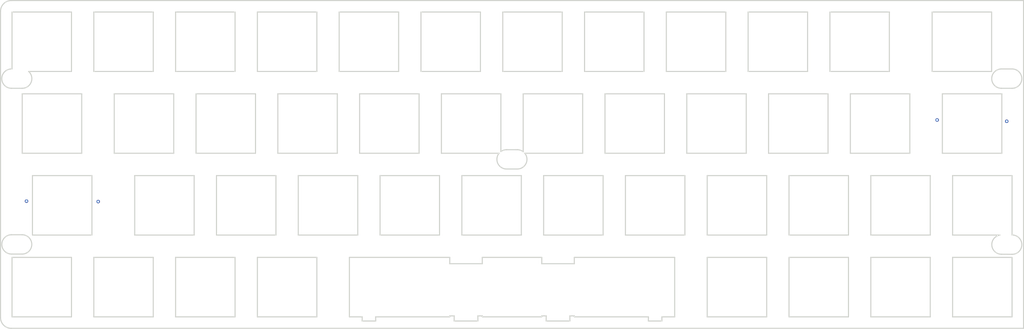
<source format=kicad_pcb>
(kicad_pcb (version 20210722) (generator pcbnew)

  (general
    (thickness 1.6)
  )

  (paper "A4")
  (layers
    (0 "F.Cu" signal)
    (31 "B.Cu" signal)
    (32 "B.Adhes" user "B.Adhesive")
    (33 "F.Adhes" user "F.Adhesive")
    (34 "B.Paste" user)
    (35 "F.Paste" user)
    (36 "B.SilkS" user "B.Silkscreen")
    (37 "F.SilkS" user "F.Silkscreen")
    (38 "B.Mask" user)
    (39 "F.Mask" user)
    (40 "Dwgs.User" user "User.Drawings")
    (41 "Cmts.User" user "User.Comments")
    (42 "Eco1.User" user "User.Eco1")
    (43 "Eco2.User" user "User.Eco2")
    (44 "Edge.Cuts" user)
    (45 "Margin" user)
    (46 "B.CrtYd" user "B.Courtyard")
    (47 "F.CrtYd" user "F.Courtyard")
    (48 "B.Fab" user)
    (49 "F.Fab" user)
    (50 "User.1" user)
    (51 "User.2" user)
    (52 "User.3" user)
    (53 "User.4" user)
    (54 "User.5" user)
    (55 "User.6" user)
    (56 "User.7" user)
    (57 "User.8" user)
    (58 "User.9" user)
  )

  (setup
    (pad_to_mask_clearance 0)
    (pcbplotparams
      (layerselection 0x00010fc_ffffffff)
      (disableapertmacros false)
      (usegerberextensions false)
      (usegerberattributes true)
      (usegerberadvancedattributes true)
      (creategerberjobfile true)
      (svguseinch false)
      (svgprecision 6)
      (excludeedgelayer true)
      (plotframeref false)
      (viasonmask false)
      (mode 1)
      (useauxorigin false)
      (hpglpennumber 1)
      (hpglpenspeed 20)
      (hpglpendiameter 15.000000)
      (dxfpolygonmode true)
      (dxfimperialunits true)
      (dxfusepcbnewfont true)
      (psnegative false)
      (psa4output false)
      (plotreference true)
      (plotvalue true)
      (plotinvisibletext false)
      (sketchpadsonfab false)
      (subtractmaskfromsilk false)
      (outputformat 1)
      (mirror false)
      (drillshape 0)
      (scaleselection 1)
      (outputdirectory "Gerber/")
    )
  )

  (net 0 "")

  (gr_line (start 268.725 132.726113) (end 268.725 56.3761) (layer "Edge.Cuts") (width 0.25) (tstamp 01725b58-ccdc-4283-a7c1-ac52c3dc7532))
  (gr_line (start 85.074 116.2007) (end 71.225 116.2007) (layer "Edge.Cuts") (width 0.25) (tstamp 022ff670-93c3-4550-a63c-832902580ac1))
  (gr_line (start 118.8486 97.1508) (end 118.8486 111) (layer "Edge.Cuts") (width 0.25) (tstamp 02c1e0b1-9caf-4fbb-ae18-9c5277868485))
  (gr_line (start 214.1 97.1508) (end 214.1 111) (layer "Edge.Cuts") (width 0.25) (tstamp 060a5660-425f-4225-8c60-07af132e5d3b))
  (gr_line (start 195.05 130.04996) (end 208.899 130.04996) (layer "Edge.Cuts") (width 0.25) (tstamp 07816f40-922e-45d6-bdd6-519d5c33cf04))
  (gr_line (start 127.9365 78.1008) (end 114.0861 78.1008) (layer "Edge.Cuts") (width 0.25) (tstamp 07be3e68-9a67-4d64-897d-e6d0eb59b83d))
  (gr_line (start 247.436 59.0508) (end 247.436 72.8998) (layer "Edge.Cuts") (width 0.25) (tstamp 0944f593-0cd2-4d5b-a71f-66c7d48c98c2))
  (gr_line (start 142.661 117.6697) (end 135.08 117.6697) (layer "Edge.Cuts") (width 0.25) (tstamp 0b70d6cb-fe20-4ed7-a9e8-bcb89b6dc6c5))
  (gr_line (start 66.024 72.8998) (end 66.024 59.0508) (layer "Edge.Cuts") (width 0.25) (tstamp 0bb45493-9fe2-4655-a926-96e73e85e4b5))
  (gr_line (start 161.274 72.8998) (end 161.274 59.0508) (layer "Edge.Cuts") (width 0.25) (tstamp 0bc0c2ea-0127-4e84-819e-ef7a099f6de9))
  (gr_line (start 199.374 72.8998) (end 199.374 59.0508) (layer "Edge.Cuts") (width 0.25) (tstamp 0be23c21-214b-4e65-98d4-d4be05a46a18))
  (gr_line (start 228.386 91.9498) (end 242.237 91.9498) (layer "Edge.Cuts") (width 0.25) (tstamp 0c2792ec-379f-479b-bae9-6c9e1b4353f5))
  (gr_arc (start 150.815 93.36578) (end 150.815 95.61546) (angle -129.0068989) (layer "Edge.Cuts") (width 0.25) (tstamp 0c32e1a8-1904-4536-ac51-56b1d5517083))
  (gr_line (start 33.12486 116.2007) (end 33.12486 130.04996) (layer "Edge.Cuts") (width 0.25) (tstamp 0c4766c8-226b-40bd-8ea9-e5ec1cbb7068))
  (gr_line (start 166.475 59.0508) (end 166.475 72.8998) (layer "Edge.Cuts") (width 0.25) (tstamp 0caf9875-9297-460b-b164-b7e7a82aff8b))
  (gr_line (start 66.024 116.2007) (end 52.1749 116.2007) (layer "Edge.Cuts") (width 0.25) (tstamp 0cf7cb82-01e2-464b-92cf-39e4e698dacf))
  (gr_line (start 35.50612 91.9498) (end 49.3554 91.9498) (layer "Edge.Cuts") (width 0.25) (tstamp 0d9d3633-822d-4a7d-be90-dcc6ba991553))
  (gr_line (start 32.990084 115.426113) (end 35.491984 115.426113) (layer "Edge.Cuts") (width 0.25) (tstamp 0e348d49-4ab9-42d3-836e-a5994c0a21c9))
  (gr_line (start 30.450084 58.8761) (end 30.450084 130.226113) (layer "Edge.Cuts") (width 0.25) (tstamp 0ed238c1-2112-4738-948d-030e8067366d))
  (gr_arc (start 32.950084 130.226113) (end 30.450084 130.226113) (angle -90) (layer "Edge.Cuts") (width 0.25) (tstamp 0f28026c-a70c-40ca-93c3-99b16dcb3815))
  (gr_line (start 33.12486 130.04996) (end 46.9742 130.04996) (layer "Edge.Cuts") (width 0.25) (tstamp 10489999-0b31-47c1-a958-09f4a3709e20))
  (gr_line (start 80.75 97.1508) (end 80.75 111) (layer "Edge.Cuts") (width 0.25) (tstamp 1125b8c2-8758-460c-be82-1e28d51db2ff))
  (gr_line (start 133.136 78.1008) (end 133.136 91.9498) (layer "Edge.Cuts") (width 0.25) (tstamp 12197e44-e5c6-473f-9f60-a5ca1b24c25d))
  (gr_line (start 146.987 91.548497) (end 146.987 78.1008) (layer "Edge.Cuts") (width 0.25) (tstamp 13a8b128-c270-431a-ba15-be672882c6f2))
  (gr_line (start 268.725 56.3761) (end 32.950084 56.3761) (layer "Edge.Cuts") (width 0.25) (tstamp 14e73a27-ce2e-4038-bede-e12746f0bdec))
  (gr_line (start 170.799 97.1508) (end 156.949 97.1508) (layer "Edge.Cuts") (width 0.25) (tstamp 14f54f60-e8f7-4a0c-b19a-37ba62e94fe8))
  (gr_line (start 90.275 130.04996) (end 104.124 130.04996) (layer "Edge.Cuts") (width 0.25) (tstamp 158bb1fa-c447-4530-bdc8-74795f44951b))
  (gr_line (start 94.599 97.1508) (end 80.75 97.1508) (layer "Edge.Cuts") (width 0.25) (tstamp 159f608a-4d36-43ac-8454-945fcead4808))
  (gr_line (start 75.9861 91.9498) (end 89.8365 91.9498) (layer "Edge.Cuts") (width 0.25) (tstamp 173cb1d4-b044-413c-aaf9-2c9660e7de1f))
  (gr_line (start 266.065 72.3161) (end 263.5631 72.3161) (layer "Edge.Cuts") (width 0.25) (tstamp 188b3cea-1ce6-4543-8a3a-aac531e62993))
  (gr_line (start 56.936 78.1008) (end 56.936 91.9498) (layer "Edge.Cuts") (width 0.25) (tstamp 189e3c5d-fa93-42d6-b404-c81ad538af5d))
  (gr_line (start 181.342 130.04996) (end 181.342 131.0201) (layer "Edge.Cuts") (width 0.25) (tstamp 1d957290-6a77-4966-bfc0-c992ac77e8da))
  (gr_line (start 66.024 59.0508) (end 52.1749 59.0508) (layer "Edge.Cuts") (width 0.25) (tstamp 1ec89a9e-a256-4aec-ae22-48439a54f87f))
  (gr_line (start 208.899 130.04996) (end 208.899 116.2007) (layer "Edge.Cuts") (width 0.25) (tstamp 1f653ab1-e7e2-4539-8b6c-416e043f4d5c))
  (gr_line (start 85.074 72.8998) (end 85.074 59.0508) (layer "Edge.Cuts") (width 0.25) (tstamp 219443e7-3a4b-400c-9df7-6cad2d34fdc7))
  (gr_arc (start 35.491984 113.176433) (end 35.491984 115.426113) (angle -180) (layer "Edge.Cuts") (width 0.25) (tstamp 21acd8a6-af05-44e9-9d74-b14a475badaf))
  (gr_line (start 263.668 91.9498) (end 263.668 78.1008) (layer "Edge.Cuts") (width 0.25) (tstamp 21d14699-243e-481a-a6c9-c6087976b9e3))
  (gr_line (start 111.7063 116.2007) (end 111.7063 130.04996) (layer "Edge.Cuts") (width 0.25) (tstamp 23a0333e-f849-49f8-92b9-5f95736ce54a))
  (gr_line (start 52.1749 59.0508) (end 52.1749 72.8998) (layer "Edge.Cuts") (width 0.25) (tstamp 23a26ef4-30d7-4076-aea9-81a2191a9f33))
  (gr_arc (start 266.073765 113.236464) (end 266.057985 115.486089) (angle -180.0000003) (layer "Edge.Cuts") (width 0.25) (tstamp 24d83f50-2654-4c16-9f14-71e4442d696c))
  (gr_line (start 141.63 129.81983) (end 142.661 129.81983) (layer "Edge.Cuts") (width 0.25) (tstamp 27d961c7-284f-4dab-824e-c256dec106e4))
  (gr_line (start 85.074 130.04996) (end 85.074 116.2007) (layer "Edge.Cuts") (width 0.25) (tstamp 28364545-1e7b-48fe-8bf1-349f3b20be5d))
  (gr_line (start 228.386 78.1008) (end 228.386 91.9498) (layer "Edge.Cuts") (width 0.25) (tstamp 291fe716-714b-4fd6-ba58-0306b41ab34f))
  (gr_line (start 135.08 130.04996) (end 135.08 129.81983) (layer "Edge.Cuts") (width 0.25) (tstamp 292bd811-53e2-4c16-95bb-d30ad6baa3f7))
  (gr_line (start 49.3554 91.9498) (end 49.3554 78.1008) (layer "Edge.Cuts") (width 0.25) (tstamp 299fe024-1097-4abe-bfde-2d8eaeaba705))
  (gr_line (start 104.124 116.2007) (end 90.275 116.2007) (layer "Edge.Cuts") (width 0.25) (tstamp 29ed63a9-4a80-487a-a87d-0a258f845057))
  (gr_line (start 187.468 130.04996) (end 187.468 116.2007) (layer "Edge.Cuts") (width 0.25) (tstamp 2a12017d-e7c6-4acb-bbd7-3af36f26b7ab))
  (gr_line (start 151.749 97.1508) (end 137.899 97.1508) (layer "Edge.Cuts") (width 0.25) (tstamp 2a68d725-a504-4aa4-855d-89ee79a6048a))
  (gr_line (start 208.899 116.2007) (end 195.05 116.2007) (layer "Edge.Cuts") (width 0.25) (tstamp 2a85b84d-f2e2-44e6-8118-e039926ff07c))
  (gr_line (start 80.75 111) (end 94.599 111) (layer "Edge.Cuts") (width 0.25) (tstamp 2c140ccb-78d2-40c7-bbec-226926528ec2))
  (gr_line (start 204.137 91.9498) (end 204.137 78.1008) (layer "Edge.Cuts") (width 0.25) (tstamp 2c8ed15b-fd3c-48e2-bed1-29e9e63a9eb2))
  (gr_line (start 195.05 116.2007) (end 195.05 130.04996) (layer "Edge.Cuts") (width 0.25) (tstamp 2cb01c01-23ca-46d6-85e0-3393c640322f))
  (gr_line (start 266.049 97.1508) (end 252.2 97.1508) (layer "Edge.Cuts") (width 0.25) (tstamp 2cb1db1f-aaa2-430e-baab-aabf84836169))
  (gr_line (start 99.8 111) (end 113.649 111) (layer "Edge.Cuts") (width 0.25) (tstamp 2e1c5979-b46d-4900-a4a5-213b39259930))
  (gr_line (start 223.187 78.1008) (end 209.336 78.1008) (layer "Edge.Cuts") (width 0.25) (tstamp 2f03fbb2-cd36-4ab1-b225-9a760c4dfca9))
  (gr_line (start 114.0861 91.9498) (end 127.9365 91.9498) (layer "Edge.Cuts") (width 0.25) (tstamp 32a5f339-68a3-45f1-a1de-1ee9ab53aacf))
  (gr_line (start 246.999 111) (end 246.999 97.1508) (layer "Edge.Cuts") (width 0.25) (tstamp 34bf8fb9-1d46-43bf-8772-05880d4653ad))
  (gr_arc (start 35.491984 74.56578) (end 35.491984 76.81546) (angle -137.7775104) (layer "Edge.Cuts") (width 0.25) (tstamp 34c082f0-7eca-424e-9f50-3f1270169ab5))
  (gr_line (start 35.491984 110.926753) (end 32.990084 110.926753) (layer "Edge.Cuts") (width 0.25) (tstamp 3676eafd-a28f-4cdb-abf5-23e7df707b96))
  (gr_line (start 195.05 111) (end 208.899 111) (layer "Edge.Cuts") (width 0.25) (tstamp 3956725a-a857-4487-a9e0-1431f7cd765c))
  (gr_line (start 166.475 72.8998) (end 180.324 72.8998) (layer "Edge.Cuts") (width 0.25) (tstamp 3a43b61d-0935-4db1-9bed-7a565cd6402d))
  (gr_line (start 170.799 111) (end 170.799 97.1508) (layer "Edge.Cuts") (width 0.25) (tstamp 3a6deed9-1de0-4992-8d45-31743512fafa))
  (gr_line (start 261.287 59.0508) (end 247.436 59.0508) (layer "Edge.Cuts") (width 0.25) (tstamp 3bb4bb1c-c141-45eb-9bb3-bd35c6b6a532))
  (gr_line (start 66.024 130.04996) (end 66.024 116.2007) (layer "Edge.Cuts") (width 0.25) (tstamp 3e4000a2-beaa-4efd-9af8-09994093a182))
  (gr_line (start 75.549 97.1508) (end 61.6999 97.1508) (layer "Edge.Cuts") (width 0.25) (tstamp 3f0d3fab-337b-4610-93c9-6d1c9aaf1bc1))
  (gr_arc (start 32.990084 113.176433) (end 32.990084 110.926753) (angle -180) (layer "Edge.Cuts") (width 0.25) (tstamp 3f5f77ca-c394-403f-bc05-379b9c07f8b1))
  (gr_line (start 52.1749 116.2007) (end 52.1749 130.04996) (layer "Edge.Cuts") (width 0.25) (tstamp 40726129-e25f-4c29-a48c-2ab6b6bbb01d))
  (gr_line (start 227.949 130.04996) (end 227.949 116.2007) (layer "Edge.Cuts") (width 0.25) (tstamp 40f52500-1ed2-4889-9ce1-6fa51bcd254f))
  (gr_arc (start 150.815 93.36578) (end 152.186 91.582127) (angle -37.54757746) (layer "Edge.Cuts") (width 0.25) (tstamp 41d71510-9cb4-4f93-af4e-d826084ae994))
  (gr_line (start 109.325 72.8998) (end 123.174 72.8998) (layer "Edge.Cuts") (width 0.25) (tstamp 45e2d0fc-186a-4b37-b715-44cba7686a3d))
  (gr_line (start 33.12486 72.3161) (end 32.990084 72.3161) (layer "Edge.Cuts") (width 0.25) (tstamp 46e549f6-336b-4a60-9107-9b8d665d34bf))
  (gr_line (start 166.037 91.9498) (end 166.037 78.1008) (layer "Edge.Cuts") (width 0.25) (tstamp 4a0b6301-c3cb-46e6-a283-9a8ec6431ef7))
  (gr_line (start 117.8301 131.0201) (end 117.8301 130.04996) (layer "Edge.Cuts") (width 0.25) (tstamp 4a19e6ce-8c2d-4a99-a37d-6b5b3d50576c))
  (gr_line (start 233.15 116.2007) (end 233.15 130.04996) (layer "Edge.Cuts") (width 0.25) (tstamp 4a72b3a1-ffb5-4c3e-b63f-6ac8b7bb1901))
  (gr_line (start 227.949 116.2007) (end 214.1 116.2007) (layer "Edge.Cuts") (width 0.25) (tstamp 4b2b4f69-d8d0-4a7f-8911-d63c477a579b))
  (gr_line (start 70.7865 91.9498) (end 70.7865 78.1008) (layer "Edge.Cuts") (width 0.25) (tstamp 4ca1833a-485e-44f5-971e-db91bf246457))
  (gr_line (start 89.8365 91.9498) (end 89.8365 78.1008) (layer "Edge.Cuts") (width 0.25) (tstamp 4e25e0d8-4598-4694-a1e3-db521dcb0ea6))
  (gr_line (start 266.089545 110.98684) (end 266.049 110.986555) (layer "Edge.Cuts") (width 0.25) (tstamp 4fa1605c-5e26-499d-b8d5-792321cdb0e0))
  (gr_line (start 46.9742 130.04996) (end 46.9742 116.2007) (layer "Edge.Cuts") (width 0.25) (tstamp 51a7b5ba-2d4d-4b7a-86c1-a5250e63b73c))
  (gr_line (start 109.325 59.0508) (end 109.325 72.8998) (layer "Edge.Cuts") (width 0.25) (tstamp 5311a475-f584-431e-a4e8-7c4be45c246d))
  (gr_line (start 70.7865 78.1008) (end 56.936 78.1008) (layer "Edge.Cuts") (width 0.25) (tstamp 538ea226-f2fd-47d5-9107-2de9872195fc))
  (gr_line (start 242.237 78.1008) (end 228.386 78.1008) (layer "Edge.Cuts") (width 0.25) (tstamp 542c4685-af7e-452f-88cf-d5b5135d7689))
  (gr_line (start 185.525 59.0508) (end 185.525 72.8998) (layer "Edge.Cuts") (width 0.25) (tstamp 55e14208-2c9e-4184-992a-8652a5a8b185))
  (gr_line (start 190.286 91.9498) (end 204.137 91.9498) (layer "Edge.Cuts") (width 0.25) (tstamp 57e6a6e6-0dc6-4e43-a6c8-b8c8271ceeba))
  (gr_line (start 185.087 78.1008) (end 171.236 78.1008) (layer "Edge.Cuts") (width 0.25) (tstamp 584d9a02-11a5-4feb-941b-7a59e68eb8e3))
  (gr_line (start 189.849 97.1508) (end 175.999 97.1508) (layer "Edge.Cuts") (width 0.25) (tstamp 58c4038e-f038-4285-ab6b-47088885e4af))
  (gr_line (start 233.15 130.04996) (end 246.999 130.04996) (layer "Edge.Cuts") (width 0.25) (tstamp 5969ba7a-a732-4ba2-b4b2-c738a78dcc1e))
  (gr_line (start 156.512 116.2007) (end 142.661 116.2007) (layer "Edge.Cuts") (width 0.25) (tstamp 5a494e60-6fd3-4030-9fde-77975f842ebe))
  (gr_line (start 209.336 91.9498) (end 223.187 91.9498) (layer "Edge.Cuts") (width 0.25) (tstamp 5b8c6deb-0030-4149-9d4e-2a673044c03c))
  (gr_line (start 152.186 78.1008) (end 152.186 91.582127) (layer "Edge.Cuts") (width 0.25) (tstamp 5baeef43-6875-4673-b4e2-3ee2b2fcd409))
  (gr_line (start 214.1 111) (end 227.949 111) (layer "Edge.Cuts") (width 0.25) (tstamp 5d9ddc90-c0d7-499f-8b90-7b2a7d63d755))
  (gr_line (start 132.699 111) (end 132.699 97.1508) (layer "Edge.Cuts") (width 0.25) (tstamp 5fe919ed-d068-49fe-8adf-917e713c3968))
  (gr_line (start 208.899 97.1508) (end 195.05 97.1508) (layer "Edge.Cuts") (width 0.25) (tstamp 609763bd-bb86-4a34-979a-9129a06615c4))
  (gr_line (start 142.661 130.04996) (end 156.512 130.04996) (layer "Edge.Cuts") (width 0.25) (tstamp 612a5563-3414-46bf-981f-c3228983df37))
  (gr_line (start 95.0361 78.1008) (end 95.0361 91.9498) (layer "Edge.Cuts") (width 0.25) (tstamp 612ede1d-9bea-4024-b0c4-d1011330da67))
  (gr_line (start 181.342 131.0201) (end 184.493 131.0201) (layer "Edge.Cuts") (width 0.25) (tstamp 628581c3-eccb-4de4-af67-7131291fad61))
  (gr_line (start 113.649 97.1508) (end 99.8 97.1508) (layer "Edge.Cuts") (width 0.25) (tstamp 647ecabf-af84-4afd-abfb-d50733ca5252))
  (gr_line (start 128.375 59.0508) (end 128.375 72.8998) (layer "Edge.Cuts") (width 0.25) (tstamp 659379bf-63f4-417c-9b52-6bb5aaa59405))
  (gr_line (start 142.661 129.81983) (end 142.661 130.04996) (layer "Edge.Cuts") (width 0.25) (tstamp 66a5c488-a786-4e44-b74e-6ad115664f97))
  (gr_line (start 137.899 97.1508) (end 137.899 111) (layer "Edge.Cuts") (width 0.25) (tstamp 68450776-3015-4d89-9325-9f5b67067f89))
  (gr_line (start 113.649 111) (end 113.649 97.1508) (layer "Edge.Cuts") (width 0.25) (tstamp 68cf8d16-7413-45f0-a4e3-d90492b5712e))
  (gr_line (start 156.512 129.81983) (end 157.542 129.81983) (layer "Edge.Cuts") (width 0.25) (tstamp 69234ebe-d7cb-4153-862f-2ae4367699fa))
  (gr_line (start 266.049 130.04996) (end 266.049 116.2007) (layer "Edge.Cuts") (width 0.25) (tstamp 6975bf68-4df0-4392-b024-79a4245111ff))
  (gr_line (start 252.2 116.2007) (end 252.2 130.04996) (layer "Edge.Cuts") (width 0.25) (tstamp 699f754c-80b8-485d-af45-2066297de69d))
  (gr_line (start 263.668 78.1008) (end 249.817 78.1008) (layer "Edge.Cuts") (width 0.25) (tstamp 6a00ea4f-2602-4cf0-84eb-27dadd3fa994))
  (gr_line (start 37.88599 111) (end 51.7367 111) (layer "Edge.Cuts") (width 0.25) (tstamp 6a707698-ffc9-4a8f-ab90-f9f2376e3363))
  (gr_line (start 141.63 131.0201) (end 141.63 129.81983) (layer "Edge.Cuts") (width 0.25) (tstamp 6c7d1717-cc97-4950-97c4-a170d6c25ab2))
  (gr_line (start 208.899 111) (end 208.899 97.1508) (layer "Edge.Cuts") (width 0.25) (tstamp 6dcaffb7-0c1f-4ee8-acfe-17356b40bfc6))
  (gr_line (start 249.817 91.9498) (end 263.668 91.9498) (layer "Edge.Cuts") (width 0.25) (tstamp 6f648035-b318-4c3c-bc21-0bf7f86bfb5c))
  (gr_line (start 218.424 59.0508) (end 204.575 59.0508) (layer "Edge.Cuts") (width 0.25) (tstamp 6fd3ac08-600e-4c5b-a6f9-d7459b161437))
  (gr_line (start 108.8865 91.9498) (end 108.8865 78.1008) (layer "Edge.Cuts") (width 0.25) (tstamp 6fe5e16b-530f-4c6c-b53b-ae4ddb84e792))
  (gr_line (start 114.6798 130.04996) (end 114.6798 131.0201) (layer "Edge.Cuts") (width 0.25) (tstamp 6ff0f4c0-d6e5-4536-b937-0caebe16ad14))
  (gr_line (start 246.999 116.2007) (end 233.15 116.2007) (layer "Edge.Cuts") (width 0.25) (tstamp 70d809aa-f608-47c9-9560-1246eed035ea))
  (gr_line (start 108.8865 78.1008) (end 95.0361 78.1008) (layer "Edge.Cuts") (width 0.25) (tstamp 71110d94-73d7-4cde-a82a-09ed09eb0864))
  (gr_line (start 204.575 59.0508) (end 204.575 72.8998) (layer "Edge.Cuts") (width 0.25) (tstamp 714dfaa8-015f-4505-ba18-ea49947a423b))
  (gr_line (start 95.0361 91.9498) (end 108.8865 91.9498) (layer "Edge.Cuts") (width 0.25) (tstamp 71f466cd-edda-46ea-8449-bc2f796d0720))
  (gr_line (start 233.15 111) (end 246.999 111) (layer "Edge.Cuts") (width 0.25) (tstamp 73e60a4a-6149-4d95-bcb4-f42ada3fe493))
  (gr_arc (start 148.3131 93.36578) (end 148.3131 91.1161) (angle -36.11881188) (layer "Edge.Cuts") (width 0.25) (tstamp 750ef2d0-3014-4c10-b8ab-3359dc53dcf4))
  (gr_line (start 75.9861 78.1008) (end 75.9861 91.9498) (layer "Edge.Cuts") (width 0.25) (tstamp 7648c8e2-570e-420a-96af-e42a3cf4cf32))
  (gr_line (start 266.049 116.2007) (end 252.2 116.2007) (layer "Edge.Cuts") (width 0.25) (tstamp 77f7a316-e251-45b6-a568-e6a1837e1cef))
  (gr_line (start 180.324 59.0508) (end 166.475 59.0508) (layer "Edge.Cuts") (width 0.25) (tstamp 78270bb1-99a1-4c59-b233-b32ce3345cba))
  (gr_line (start 71.225 116.2007) (end 71.225 130.04996) (layer "Edge.Cuts") (width 0.25) (tstamp 79c50d86-26f4-4847-aa1f-7d02c326feb5))
  (gr_line (start 252.2 97.1508) (end 252.2 111) (layer "Edge.Cuts") (width 0.25) (tstamp 7a1c2cb2-279e-43f1-8903-9207ac079eda))
  (gr_line (start 237.474 72.8998) (end 237.474 59.0508) (layer "Edge.Cuts") (width 0.25) (tstamp 7a7a4914-033b-409e-aa05-1da8dc27b11c))
  (gr_line (start 147.425 59.0508) (end 147.425 72.8998) (layer "Edge.Cuts") (width 0.25) (tstamp 7a881da8-d410-479d-bf23-27e99322e790))
  (gr_line (start 133.136 91.9498) (end 146.56494 91.9498) (layer "Edge.Cuts") (width 0.25) (tstamp 7caeebf0-4ede-4565-917d-c8f8c9f0dc03))
  (gr_line (start 32.950084 132.726113) (end 268.725 132.726113) (layer "Edge.Cuts") (width 0.25) (tstamp 7f4bbc56-deb5-44b4-89a8-605e1ff1b8ea))
  (gr_line (start 171.236 78.1008) (end 171.236 91.9498) (layer "Edge.Cuts") (width 0.25) (tstamp 7fafaee9-36b6-4d0a-be7c-32a0e9c9cfb9))
  (gr_line (start 164.092 117.6697) (end 156.512 117.6697) (layer "Edge.Cuts") (width 0.25) (tstamp 7fdc8a1e-26a6-42b7-a83a-d923f186b332))
  (gr_line (start 71.225 59.0508) (end 71.225 72.8998) (layer "Edge.Cuts") (width 0.25) (tstamp 806cc38a-841b-4b58-ac4d-5ed7a30f171f))
  (gr_line (start 252.2 111) (end 263.211594 111) (layer "Edge.Cuts") (width 0.25) (tstamp 8092ee88-e944-479e-8447-10fd87c1d04e))
  (gr_line (start 185.525 72.8998) (end 199.374 72.8998) (layer "Edge.Cuts") (width 0.25) (tstamp 869b16bb-189b-4f48-9d94-2f9c52ce82ec))
  (gr_line (start 75.549 111) (end 75.549 97.1508) (layer "Edge.Cuts") (width 0.25) (tstamp 87f874f2-dd8a-407b-ae97-b1ac49b474b9))
  (gr_line (start 49.3554 78.1008) (end 35.50612 78.1008) (layer "Edge.Cuts") (width 0.25) (tstamp 88acf6cb-e6f0-4c90-9e0f-59d2839a53ae))
  (gr_line (start 180.324 72.8998) (end 180.324 59.0508) (layer "Edge.Cuts") (width 0.25) (tstamp 88df451a-7dc1-43ac-839e-c2e8083c8cf3))
  (gr_line (start 214.1 116.2007) (end 214.1 130.04996) (layer "Edge.Cuts") (width 0.25) (tstamp 89c6f813-af61-4adb-856d-68b4609b851d))
  (gr_line (start 223.187 91.9498) (end 223.187 78.1008) (layer "Edge.Cuts") (width 0.25) (tstamp 8b98415a-2cbe-48eb-8249-188f75d865a5))
  (gr_line (start 104.124 59.0508) (end 90.275 59.0508) (layer "Edge.Cuts") (width 0.25) (tstamp 8c127693-99a2-4233-b97e-24092953a75e))
  (gr_line (start 118.8486 111) (end 132.699 111) (layer "Edge.Cuts") (width 0.25) (tstamp 8cc8a884-c0e3-4854-8261-8a4b94623dd5))
  (gr_line (start 46.9742 72.8998) (end 46.9742 59.0508) (layer "Edge.Cuts") (width 0.25) (tstamp 8d5e88da-727c-4767-bc52-895babfde7b4))
  (gr_line (start 136.111 131.0201) (end 141.63 131.0201) (layer "Edge.Cuts") (width 0.25) (tstamp 8d7af0e7-d2a1-4336-a3aa-6d3b8f69056f))
  (gr_line (start 199.374 59.0508) (end 185.525 59.0508) (layer "Edge.Cuts") (width 0.25) (tstamp 8e426f19-e314-4c1c-90dc-11ef3775fa37))
  (gr_line (start 71.225 72.8998) (end 85.074 72.8998) (layer "Edge.Cuts") (width 0.25) (tstamp 8e75412a-130f-4260-9ce7-12b7f9b9b921))
  (gr_line (start 237.474 59.0508) (end 223.625 59.0508) (layer "Edge.Cuts") (width 0.25) (tstamp 8f111179-c12f-4ee4-9ee7-d021a815201d))
  (gr_line (start 171.236 91.9498) (end 185.087 91.9498) (layer "Edge.Cuts") (width 0.25) (tstamp 9099d71c-025e-48b7-b437-b811563f1e95))
  (gr_line (start 227.949 111) (end 227.949 97.1508) (layer "Edge.Cuts") (width 0.25) (tstamp 90bc4e1d-bb5e-44ad-bb7c-68b434a512b9))
  (gr_line (start 166.037 78.1008) (end 152.186 78.1008) (layer "Edge.Cuts") (width 0.25) (tstamp 90bead2a-16de-4175-a26c-06216c8aa731))
  (gr_line (start 46.9742 59.0508) (end 33.12486 59.0508) (layer "Edge.Cuts") (width 0.25) (tstamp 92bb909a-b500-4d87-b992-5b0ca5266323))
  (gr_line (start 135.08 117.6697) (end 135.08 116.2007) (layer "Edge.Cuts") (width 0.25) (tstamp 9453b3d8-cf75-4f55-a66b-c71b55add173))
  (gr_line (start 52.1749 72.8998) (end 66.024 72.8998) (layer "Edge.Cuts") (width 0.25) (tstamp 94ee9166-aa16-469d-9b7c-e9c81a38ef54))
  (gr_line (start 147.425 72.8998) (end 161.274 72.8998) (layer "Edge.Cuts") (width 0.25) (tstamp 95cb000b-b4c6-4d20-882d-e74d939b2a4f))
  (gr_line (start 161.274 59.0508) (end 147.425 59.0508) (layer "Edge.Cuts") (width 0.25) (tstamp 95ceecca-f916-474a-b30e-d815fd674147))
  (gr_line (start 156.949 111) (end 170.799 111) (layer "Edge.Cuts") (width 0.25) (tstamp 95dc55bd-7f32-4ef7-810c-7d0e16dc7e82))
  (gr_line (start 163.062 131.0201) (end 163.062 129.81983) (layer "Edge.Cuts") (width 0.25) (tstamp 9797da38-e440-418b-bd47-5ac8e4451907))
  (gr_line (start 90.275 116.2007) (end 90.275 130.04996) (layer "Edge.Cuts") (width 0.25) (tstamp 989d270c-b82d-4de2-a9af-223531922ec2))
  (gr_line (start 37.88599 97.1508) (end 37.88599 111) (layer "Edge.Cuts") (width 0.25) (tstamp 9be70f9a-e567-4fa2-86d0-cc61514e93d5))
  (gr_arc (start 266.065 74.56578) (end 266.065 76.81546) (angle -180) (layer "Edge.Cuts") (width 0.25) (tstamp 9cf5cd38-ef20-4199-ae51-873826112508))
  (gr_line (start 227.949 97.1508) (end 214.1 97.1508) (layer "Edge.Cuts") (width 0.25) (tstamp 9d67b9f4-428d-4e98-834a-31caa866618e))
  (gr_line (start 51.7367 97.1508) (end 37.88599 97.1508) (layer "Edge.Cuts") (width 0.25) (tstamp 9da3a48e-8a6b-49f5-8359-fca37c71aaf0))
  (gr_line (start 184.493 131.0201) (end 184.493 130.04996) (layer "Edge.Cuts") (width 0.25) (tstamp 9e63af45-a620-4e70-b0a1-48545b832734))
  (gr_line (start 185.087 91.9498) (end 185.087 78.1008) (layer "Edge.Cuts") (width 0.25) (tstamp a106070b-8aff-4340-89fa-a263df3edd0d))
  (gr_line (start 266.049 110.986555) (end 266.049 97.1508) (layer "Edge.Cuts") (width 0.25) (tstamp a193d4dc-5e00-46e0-aefd-db1bf25b306a))
  (gr_line (start 123.174 72.8998) (end 123.174 59.0508) (layer "Edge.Cuts") (width 0.25) (tstamp a1ccbed6-8f00-498d-8e48-3adb9cb1345b))
  (gr_line (start 146.987 78.1008) (end 133.136 78.1008) (layer "Edge.Cuts") (width 0.25) (tstamp a428c252-5cb5-498e-8f0a-88dbb012665d))
  (gr_line (start 90.275 72.8998) (end 104.124 72.8998) (layer "Edge.Cuts") (width 0.25) (tstamp a477c8ac-7dc0-401b-a4c9-7388d8a8285d))
  (gr_line (start 142.224 59.0508) (end 128.375 59.0508) (layer "Edge.Cuts") (width 0.25) (tstamp a4f7c482-2947-4ddd-bab9-225992835a67))
  (gr_arc (start 263.5631 74.56578) (end 263.5631 72.3161) (angle -180) (layer "Edge.Cuts") (width 0.25) (tstamp a668f404-357b-4e69-a1e5-2b9b8af30122))
  (gr_line (start 56.936 91.9498) (end 70.7865 91.9498) (layer "Edge.Cuts") (width 0.25) (tstamp a98ac6c5-cc11-40fb-b62d-6b76ce157e1e))
  (gr_line (start 223.625 59.0508) (end 223.625 72.8998) (layer "Edge.Cuts") (width 0.25) (tstamp ab189a19-cac2-4d90-a9ea-0398a1bb7da6))
  (gr_line (start 148.3131 95.61546) (end 150.815 95.61546) (layer "Edge.Cuts") (width 0.25) (tstamp ab6eabec-cdd4-4d4d-8e4d-27da15bc9112))
  (gr_line (start 71.225 130.04996) (end 85.074 130.04996) (layer "Edge.Cuts") (width 0.25) (tstamp ab97e2ac-3749-40b0-b0d7-313aef2f2e6e))
  (gr_line (start 189.849 111) (end 189.849 97.1508) (layer "Edge.Cuts") (width 0.25) (tstamp addea532-62bc-4252-8553-5dfb5aa9faa2))
  (gr_line (start 261.287 72.8998) (end 261.287 59.0508) (layer "Edge.Cuts") (width 0.25) (tstamp aefe88bf-89eb-4f89-95a4-fb1257bd3327))
  (gr_line (start 127.9365 91.9498) (end 127.9365 78.1008) (layer "Edge.Cuts") (width 0.25) (tstamp aeff6ece-e771-4663-ad39-5453bd2da98f))
  (gr_line (start 187.468 116.2007) (end 164.092 116.2007) (layer "Edge.Cuts") (width 0.25) (tstamp af275ffc-cb74-41cc-9ddc-2b54e46c845b))
  (gr_line (start 252.2 130.04996) (end 266.049 130.04996) (layer "Edge.Cuts") (width 0.25) (tstamp afb5f3b0-8948-41a3-b5f8-0ceb8c7036eb))
  (gr_line (start 263.5802 115.468709) (end 266.057985 115.486089) (layer "Edge.Cuts") (width 0.25) (tstamp b13ec346-e9f5-4eb9-b578-37d2cef12d72))
  (gr_arc (start 148.3131 93.36578) (end 146.56494 91.9498) (angle -129.0068989) (layer "Edge.Cuts") (width 0.25) (tstamp b1ca6e64-178e-4082-8c0c-ebbafbb141fc))
  (gr_line (start 135.08 129.81983) (end 136.111 129.81983) (layer "Edge.Cuts") (width 0.25) (tstamp b317c9f3-8854-4404-99f3-9cce03536e9a))
  (gr_line (start 90.275 59.0508) (end 90.275 72.8998) (layer "Edge.Cuts") (width 0.25) (tstamp b4cf7793-1cb8-46bd-b389-362daf828172))
  (gr_line (start 128.375 72.8998) (end 142.224 72.8998) (layer "Edge.Cuts") (width 0.25) (tstamp b6c9e5d2-cb45-4373-8b36-a1d074843e68))
  (gr_arc (start 32.950084 58.8761) (end 32.950084 56.3761) (angle -90) (layer "Edge.Cuts") (width 0.25) (tstamp b96a50c2-9822-4e88-9e0c-b7f5839a52b6))
  (gr_line (start 247.436 72.8998) (end 261.287 72.8998) (layer "Edge.Cuts") (width 0.25) (tstamp ba6f8836-e138-4870-80a9-41667a41fd59))
  (gr_line (start 175.999 97.1508) (end 175.999 111) (layer "Edge.Cuts") (width 0.25) (tstamp baef645e-5263-466d-aa71-6f6b4476220f))
  (gr_line (start 132.699 97.1508) (end 118.8486 97.1508) (layer "Edge.Cuts") (width 0.25) (tstamp bc93efa7-8f4b-462a-a1a7-154efe8ece00))
  (gr_line (start 209.336 78.1008) (end 209.336 91.9498) (layer "Edge.Cuts") (width 0.25) (tstamp bd16fa14-8d38-4f42-a0fa-b3928391094f))
  (gr_line (start 184.493 130.04996) (end 187.468 130.04996) (layer "Edge.Cuts") (width 0.25) (tstamp bdb1ec58-1c11-4773-8f5f-2c16d00f7c9a))
  (gr_line (start 164.092 116.2007) (end 164.092 117.6697) (layer "Edge.Cuts") (width 0.25) (tstamp be2a3cd3-8262-4c5c-b2f7-fd2c91bea035))
  (gr_line (start 52.1749 130.04996) (end 66.024 130.04996) (layer "Edge.Cuts") (width 0.25) (tstamp c0490cdb-42af-4d19-8e19-d837d6dba3a9))
  (gr_line (start 111.7063 130.04996) (end 114.6798 130.04996) (layer "Edge.Cuts") (width 0.25) (tstamp c21ad7f8-6586-46ba-884d-95cdf87554b2))
  (gr_line (start 204.575 72.8998) (end 218.424 72.8998) (layer "Edge.Cuts") (width 0.25) (tstamp c224cc74-d922-4b22-93c7-7e05cada6726))
  (gr_line (start 195.05 97.1508) (end 195.05 111) (layer "Edge.Cuts") (width 0.25) (tstamp c5501041-f188-4c3f-8124-3235cd6ee133))
  (gr_line (start 163.062 129.81983) (end 164.092 129.81983) (layer "Edge.Cuts") (width 0.25) (tstamp c5688622-d7c1-4d25-a4cc-ea7f39d39b35))
  (gr_line (start 114.0861 78.1008) (end 114.0861 91.9498) (layer "Edge.Cuts") (width 0.25) (tstamp c8f7b9b8-e6a2-400b-aaeb-79085695a6b9))
  (gr_line (start 156.512 117.6697) (end 156.512 116.2007) (layer "Edge.Cuts") (width 0.25) (tstamp c99a828f-87fd-4108-9258-5be540191aa8))
  (gr_line (start 214.1 130.04996) (end 227.949 130.04996) (layer "Edge.Cuts") (width 0.25) (tstamp cae73424-72c9-4272-ba64-f3b74659df2d))
  (gr_line (start 33.12486 59.0508) (end 33.12486 72.3161) (layer "Edge.Cuts") (width 0.25) (tstamp cb4df0a3-e3a8-4bca-b4da-54c646e55040))
  (gr_line (start 164.092 130.04996) (end 181.342 130.04996) (layer "Edge.Cuts") (width 0.25) (tstamp cb545361-7bbe-4215-8def-9888e044c94b))
  (gr_line (start 135.08 116.2007) (end 111.7063 116.2007) (layer "Edge.Cuts") (width 0.25) (tstamp cbfd26d7-0f71-485d-b2c1-585d99c133a5))
  (gr_line (start 150.815 91.1161) (end 148.3131 91.1161) (layer "Edge.Cuts") (width 0.25) (tstamp ccba497d-9287-4263-8952-477c32337a2f))
  (gr_line (start 263.5631 76.81546) (end 266.065 76.81546) (layer "Edge.Cuts") (width 0.25) (tstamp ce60c798-0cd8-40ad-998b-e0e99eb5d866))
  (gr_line (start 99.8 97.1508) (end 99.8 111) (layer "Edge.Cuts") (width 0.25) (tstamp cf3bf8d6-2a30-422c-8c91-7b32b16fb0d1))
  (gr_line (start 223.625 72.8998) (end 237.474 72.8998) (layer "Edge.Cuts") (width 0.25) (tstamp d131d3b2-1c5b-490c-bc26-088de1e323e6))
  (gr_line (start 94.599 111) (end 94.599 97.1508) (layer "Edge.Cuts") (width 0.25) (tstamp d2d1a0c0-27db-44fe-bee7-d08fca3be336))
  (gr_line (start 61.6999 97.1508) (end 61.6999 111) (layer "Edge.Cuts") (width 0.25) (tstamp d5618890-4260-4a86-9601-f6fc86011302))
  (gr_line (start 233.15 97.1508) (end 233.15 111) (layer "Edge.Cuts") (width 0.25) (tstamp d5679345-29ac-4493-8506-6f00137c756f))
  (gr_line (start 204.137 78.1008) (end 190.286 78.1008) (layer "Edge.Cuts") (width 0.25) (tstamp d63609ba-a787-4621-8057-b45d8376c38b))
  (gr_line (start 32.990084 76.81546) (end 35.491984 76.81546) (layer "Edge.Cuts") (width 0.25) (tstamp d67c599f-e1e5-4e2f-8a8e-06fbef670507))
  (gr_arc (start 32.990084 74.56578) (end 32.990084 72.3161) (angle -180) (layer "Edge.Cuts") (width 0.25) (tstamp d916a49d-66dd-4fbd-a0f8-3b6d0d4b7167))
  (gr_line (start 246.999 130.04996) (end 246.999 116.2007) (layer "Edge.Cuts") (width 0.25) (tstamp da6a85c9-7f6c-4e8c-ac57-03a8df98e174))
  (gr_line (start 61.6999 111) (end 75.549 111) (layer "Edge.Cuts") (width 0.25) (tstamp df3e3cc4-ef96-464f-b25d-4d12e7ec4d8e))
  (gr_line (start 142.661 116.2007) (end 142.661 117.6697) (layer "Edge.Cuts") (width 0.25) (tstamp e00fdfb0-f5b4-4a9c-a58d-0fd531845fe0))
  (gr_line (start 249.817 78.1008) (end 249.817 91.9498) (layer "Edge.Cuts") (width 0.25) (tstamp e4a4b032-7c54-453e-84a1-9c48ef885166))
  (gr_line (start 156.512 130.04996) (end 156.512 129.81983) (layer "Edge.Cuts") (width 0.25) (tstamp e6ef0533-f780-4675-ab79-664d0acea8e6))
  (gr_line (start 246.999 97.1508) (end 233.15 97.1508) (layer "Edge.Cuts") (width 0.25) (tstamp e8d3e6e8-072f-42e6-8f0f-0e7681245043))
  (gr_line (start 164.092 129.81983) (end 164.092 130.04996) (layer "Edge.Cuts") (width 0.25) (tstamp e9b24feb-bb4b-4abf-9233-4eb683b334ff))
  (gr_line (start 152.563159 91.9498) (end 166.037 91.9498) (layer "Edge.Cuts") (width 0.25) (tstamp ea136776-b0c4-4266-a7d9-ebc9be94b4ae))
  (gr_line (start 46.9742 116.2007) (end 33.12486 116.2007) (layer "Edge.Cuts") (width 0.25) (tstamp eb631a69-5914-43a5-847d-f86eb7eceb5f))
  (gr_line (start 175.999 111) (end 189.849 111) (layer "Edge.Cuts") (width 0.25) (tstamp ec5c7fc7-693b-4d0b-8bba-c91fbaa73293))
  (gr_line (start 37.003795 72.8998) (end 46.9742 72.8998) (layer "Edge.Cuts") (width 0.25) (tstamp ec752c86-50c5-4f90-a20c-8c53bfbf9bfa))
  (gr_line (start 117.8301 130.04996) (end 135.08 130.04996) (layer "Edge.Cuts") (width 0.25) (tstamp ecb647c9-5d1d-4082-8a7d-5a52056878ac))
  (gr_line (start 85.074 59.0508) (end 71.225 59.0508) (layer "Edge.Cuts") (width 0.25) (tstamp ecdd1aa6-b58b-4aee-8e06-38bc8db533c2))
  (gr_line (start 89.8365 78.1008) (end 75.9861 78.1008) (layer "Edge.Cuts") (width 0.25) (tstamp eda16617-6435-4c64-860e-a8806d3428d2))
  (gr_line (start 136.111 129.81983) (end 136.111 131.0201) (layer "Edge.Cuts") (width 0.25) (tstamp ef07fa65-5a52-4af5-a18e-40277471d0a1))
  (gr_line (start 242.237 91.9498) (end 242.237 78.1008) (layer "Edge.Cuts") (width 0.25) (tstamp ef2787d1-237d-456b-a072-25794f86813b))
  (gr_line (start 137.899 111) (end 151.749 111) (layer "Edge.Cuts") (width 0.25) (tstamp ef7273a2-f67d-4e43-bc10-c1d0a2153a2f))
  (gr_arc (start 263.582198 113.218987) (end 263.211594 111) (angle -170.4673733) (layer "Edge.Cuts") (width 0.25) (tstamp f036150d-88fd-419c-bd06-0d2e3e8af18f))
  (gr_line (start 114.6798 131.0201) (end 117.8301 131.0201) (layer "Edge.Cuts") (width 0.25) (tstamp f07dda2e-c80f-4705-8f48-167c63066fe8))
  (gr_line (start 156.949 97.1508) (end 156.949 111) (layer "Edge.Cuts") (width 0.25) (tstamp f13fa13f-4cc8-4ebf-b294-db186845e6ac))
  (gr_line (start 104.124 130.04996) (end 104.124 116.2007) (layer "Edge.Cuts") (width 0.25) (tstamp f176f7b7-f2d8-491c-a499-e7f32d902823))
  (gr_line (start 35.50612 78.1008) (end 35.50612 91.9498) (layer "Edge.Cuts") (width 0.25) (tstamp f1db7d56-70bd-4bfb-b862-6c97456873e4))
  (gr_line (start 51.7367 111) (end 51.7367 97.1508) (layer "Edge.Cuts") (width 0.25) (tstamp f1f39807-12a9-435f-8022-f9ff3af87138))
  (gr_line (start 123.174 59.0508) (end 109.325 59.0508) (layer "Edge.Cuts") (width 0.25) (tstamp f408e3f4-53f3-48a3-886d-7e579c8b8a45))
  (gr_line (start 190.286 78.1008) (end 190.286 91.9498) (layer "Edge.Cuts") (width 0.25) (tstamp f54546ea-57d7-4478-bf07-97c79a9fb2c1))
  (gr_line (start 151.749 111) (end 151.749 97.1508) (layer "Edge.Cuts") (width 0.25) (tstamp f5db7100-a99c-408f-b9a2-a1be7ee9e54e))
  (gr_line (start 142.224 72.8998) (end 142.224 59.0508) (layer "Edge.Cuts") (width 0.25) (tstamp f7e550b4-6242-40e6-ae7b-cd910c1ba4cc))
  (gr_line (start 104.124 72.8998) (end 104.124 59.0508) (layer "Edge.Cuts") (width 0.25) (tstamp f83b5cab-0e43-497b-8b01-c913b5f257b3))
  (gr_line (start 157.542 129.81983) (end 157.542 131.0201) (layer "Edge.Cuts") (width 0.25) (tstamp f87e5258-ca13-43d2-aae0-9abd7fd2ac40))
  (gr_line (start 157.542 131.0201) (end 163.062 131.0201) (layer "Edge.Cuts") (width 0.25) (tstamp fc777365-232f-481d-978d-11fd8cd722e8))
  (gr_line (start 218.424 72.8998) (end 218.424 59.0508) (layer "Edge.Cuts") (width 0.25) (tstamp fd2d40c3-e11d-4735-8242-83e358122d03))

  (via (at 264.8 84.5) (size 0.8) (drill 0.4) (layers "F.Cu" "B.Cu") (free) (net 0) (tstamp 1a3c3bcc-e4a9-4d4e-9b7e-cf2593a0ba0c))
  (via (at 36.5 103.1) (size 0.8) (drill 0.4) (layers "F.Cu" "B.Cu") (free) (net 0) (tstamp 5222fcbb-c67c-4982-8fbb-191d16823034))
  (via (at 53.2 103.2) (size 0.8) (drill 0.4) (layers "F.Cu" "B.Cu") (free) (net 0) (tstamp c4e721fa-2f43-44f8-8c2e-fc66d802940e))
  (via (at 248.6 84.2) (size 0.8) (drill 0.4) (layers "F.Cu" "B.Cu") (free) (net 0) (tstamp fd1ceb6a-6498-4236-980e-8568d7b3d677))

  (group "" (id f2b40b41-fb4b-4130-9943-2712388107d4)
    (members
      01725b58-ccdc-4283-a7c1-ac52c3dc7532
      022ff670-93c3-4550-a63c-832902580ac1
      02c1e0b1-9caf-4fbb-ae18-9c5277868485
      060a5660-425f-4225-8c60-07af132e5d3b
      07816f40-922e-45d6-bdd6-519d5c33cf04
      07be3e68-9a67-4d64-897d-e6d0eb59b83d
      0944f593-0cd2-4d5b-a71f-66c7d48c98c2
      0b70d6cb-fe20-4ed7-a9e8-bcb89b6dc6c5
      0bb45493-9fe2-4655-a926-96e73e85e4b5
      0bc0c2ea-0127-4e84-819e-ef7a099f6de9
      0be23c21-214b-4e65-98d4-d4be05a46a18
      0c2792ec-379f-479b-bae9-6c9e1b4353f5
      0c32e1a8-1904-4536-ac51-56b1d5517083
      0c4766c8-226b-40bd-8ea9-e5ec1cbb7068
      0caf9875-9297-460b-b164-b7e7a82aff8b
      0cf7cb82-01e2-464b-92cf-39e4e698dacf
      0d9d3633-822d-4a7d-be90-dcc6ba991553
      0e348d49-4ab9-42d3-836e-a5994c0a21c9
      0ed238c1-2112-4738-948d-030e8067366d
      0f28026c-a70c-40ca-93c3-99b16dcb3815
      10489999-0b31-47c1-a958-09f4a3709e20
      1125b8c2-8758-460c-be82-1e28d51db2ff
      12197e44-e5c6-473f-9f60-a5ca1b24c25d
      13a8b128-c270-431a-ba15-be672882c6f2
      14e73a27-ce2e-4038-bede-e12746f0bdec
      14f54f60-e8f7-4a0c-b19a-37ba62e94fe8
      158bb1fa-c447-4530-bdc8-74795f44951b
      159f608a-4d36-43ac-8454-945fcead4808
      173cb1d4-b044-413c-aaf9-2c9660e7de1f
      188b3cea-1ce6-4543-8a3a-aac531e62993
      189e3c5d-fa93-42d6-b404-c81ad538af5d
      1d957290-6a77-4966-bfc0-c992ac77e8da
      1ec89a9e-a256-4aec-ae22-48439a54f87f
      1f653ab1-e7e2-4539-8b6c-416e043f4d5c
      219443e7-3a4b-400c-9df7-6cad2d34fdc7
      21acd8a6-af05-44e9-9d74-b14a475badaf
      21d14699-243e-481a-a6c9-c6087976b9e3
      23a0333e-f849-49f8-92b9-5f95736ce54a
      23a26ef4-30d7-4076-aea9-81a2191a9f33
      24d83f50-2654-4c16-9f14-71e4442d696c
      27d961c7-284f-4dab-824e-c256dec106e4
      28364545-1e7b-48fe-8bf1-349f3b20be5d
      291fe716-714b-4fd6-ba58-0306b41ab34f
      292bd811-53e2-4c16-95bb-d30ad6baa3f7
      299fe024-1097-4abe-bfde-2d8eaeaba705
      29ed63a9-4a80-487a-a87d-0a258f845057
      2a12017d-e7c6-4acb-bbd7-3af36f26b7ab
      2a68d725-a504-4aa4-855d-89ee79a6048a
      2a85b84d-f2e2-44e6-8118-e039926ff07c
      2c140ccb-78d2-40c7-bbec-226926528ec2
      2c8ed15b-fd3c-48e2-bed1-29e9e63a9eb2
      2cb01c01-23ca-46d6-85e0-3393c640322f
      2cb1db1f-aaa2-430e-baab-aabf84836169
      2e1c5979-b46d-4900-a4a5-213b39259930
      2f03fbb2-cd36-4ab1-b225-9a760c4dfca9
      32a5f339-68a3-45f1-a1de-1ee9ab53aacf
      34bf8fb9-1d46-43bf-8772-05880d4653ad
      34c082f0-7eca-424e-9f50-3f1270169ab5
      3676eafd-a28f-4cdb-abf5-23e7df707b96
      3956725a-a857-4487-a9e0-1431f7cd765c
      3a43b61d-0935-4db1-9bed-7a565cd6402d
      3a6deed9-1de0-4992-8d45-31743512fafa
      3bb4bb1c-c141-45eb-9bb3-bd35c6b6a532
      3e4000a2-beaa-4efd-9af8-09994093a182
      3f0d3fab-337b-4610-93c9-6d1c9aaf1bc1
      3f5f77ca-c394-403f-bc05-379b9c07f8b1
      40726129-e25f-4c29-a48c-2ab6b6bbb01d
      40f52500-1ed2-4889-9ce1-6fa51bcd254f
      41d71510-9cb4-4f93-af4e-d826084ae994
      45e2d0fc-186a-4b37-b715-44cba7686a3d
      46e549f6-336b-4a60-9107-9b8d665d34bf
      4a0b6301-c3cb-46e6-a283-9a8ec6431ef7
      4a19e6ce-8c2d-4a99-a37d-6b5b3d50576c
      4a72b3a1-ffb5-4c3e-b63f-6ac8b7bb1901
      4b2b4f69-d8d0-4a7f-8911-d63c477a579b
      4ca1833a-485e-44f5-971e-db91bf246457
      4e25e0d8-4598-4694-a1e3-db521dcb0ea6
      4fa1605c-5e26-499d-b8d5-792321cdb0e0
      51a7b5ba-2d4d-4b7a-86c1-a5250e63b73c
      5311a475-f584-431e-a4e8-7c4be45c246d
      538ea226-f2fd-47d5-9107-2de9872195fc
      542c4685-af7e-452f-88cf-d5b5135d7689
      55e14208-2c9e-4184-992a-8652a5a8b185
      57e6a6e6-0dc6-4e43-a6c8-b8c8271ceeba
      584d9a02-11a5-4feb-941b-7a59e68eb8e3
      58c4038e-f038-4285-ab6b-47088885e4af
      5969ba7a-a732-4ba2-b4b2-c738a78dcc1e
      5a494e60-6fd3-4030-9fde-77975f842ebe
      5b8c6deb-0030-4149-9d4e-2a673044c03c
      5baeef43-6875-4673-b4e2-3ee2b2fcd409
      5d9ddc90-c0d7-499f-8b90-7b2a7d63d755
      5fe919ed-d068-49fe-8adf-917e713c3968
      609763bd-bb86-4a34-979a-9129a06615c4
      612a5563-3414-46bf-981f-c3228983df37
      612ede1d-9bea-4024-b0c4-d1011330da67
      628581c3-eccb-4de4-af67-7131291fad61
      647ecabf-af84-4afd-abfb-d50733ca5252
      659379bf-63f4-417c-9b52-6bb5aaa59405
      66a5c488-a786-4e44-b74e-6ad115664f97
      68450776-3015-4d89-9325-9f5b67067f89
      68cf8d16-7413-45f0-a4e3-d90492b5712e
      69234ebe-d7cb-4153-862f-2ae4367699fa
      6975bf68-4df0-4392-b024-79a4245111ff
      699f754c-80b8-485d-af45-2066297de69d
      6a00ea4f-2602-4cf0-84eb-27dadd3fa994
      6a707698-ffc9-4a8f-ab90-f9f2376e3363
      6c7d1717-cc97-4950-97c4-a170d6c25ab2
      6dcaffb7-0c1f-4ee8-acfe-17356b40bfc6
      6f648035-b318-4c3c-bc21-0bf7f86bfb5c
      6fd3ac08-600e-4c5b-a6f9-d7459b161437
      6fe5e16b-530f-4c6c-b53b-ae4ddb84e792
      6ff0f4c0-d6e5-4536-b937-0caebe16ad14
      70d809aa-f608-47c9-9560-1246eed035ea
      71110d94-73d7-4cde-a82a-09ed09eb0864
      714dfaa8-015f-4505-ba18-ea49947a423b
      71f466cd-edda-46ea-8449-bc2f796d0720
      73e60a4a-6149-4d95-bcb4-f42ada3fe493
      750ef2d0-3014-4c10-b8ab-3359dc53dcf4
      7648c8e2-570e-420a-96af-e42a3cf4cf32
      77f7a316-e251-45b6-a568-e6a1837e1cef
      78270bb1-99a1-4c59-b233-b32ce3345cba
      79c50d86-26f4-4847-aa1f-7d02c326feb5
      7a1c2cb2-279e-43f1-8903-9207ac079eda
      7a7a4914-033b-409e-aa05-1da8dc27b11c
      7a881da8-d410-479d-bf23-27e99322e790
      7caeebf0-4ede-4565-917d-c8f8c9f0dc03
      7f4bbc56-deb5-44b4-89a8-605e1ff1b8ea
      7fafaee9-36b6-4d0a-be7c-32a0e9c9cfb9
      7fdc8a1e-26a6-42b7-a83a-d923f186b332
      806cc38a-841b-4b58-ac4d-5ed7a30f171f
      8092ee88-e944-479e-8447-10fd87c1d04e
      869b16bb-189b-4f48-9d94-2f9c52ce82ec
      87f874f2-dd8a-407b-ae97-b1ac49b474b9
      88acf6cb-e6f0-4c90-9e0f-59d2839a53ae
      88df451a-7dc1-43ac-839e-c2e8083c8cf3
      89c6f813-af61-4adb-856d-68b4609b851d
      8b98415a-2cbe-48eb-8249-188f75d865a5
      8c127693-99a2-4233-b97e-24092953a75e
      8cc8a884-c0e3-4854-8261-8a4b94623dd5
      8d5e88da-727c-4767-bc52-895babfde7b4
      8d7af0e7-d2a1-4336-a3aa-6d3b8f69056f
      8e426f19-e314-4c1c-90dc-11ef3775fa37
      8e75412a-130f-4260-9ce7-12b7f9b9b921
      8f111179-c12f-4ee4-9ee7-d021a815201d
      9099d71c-025e-48b7-b437-b811563f1e95
      90bc4e1d-bb5e-44ad-bb7c-68b434a512b9
      90bead2a-16de-4175-a26c-06216c8aa731
      92bb909a-b500-4d87-b992-5b0ca5266323
      9453b3d8-cf75-4f55-a66b-c71b55add173
      94ee9166-aa16-469d-9b7c-e9c81a38ef54
      95cb000b-b4c6-4d20-882d-e74d939b2a4f
      95ceecca-f916-474a-b30e-d815fd674147
      95dc55bd-7f32-4ef7-810c-7d0e16dc7e82
      9797da38-e440-418b-bd47-5ac8e4451907
      989d270c-b82d-4de2-a9af-223531922ec2
      9be70f9a-e567-4fa2-86d0-cc61514e93d5
      9cf5cd38-ef20-4199-ae51-873826112508
      9d67b9f4-428d-4e98-834a-31caa866618e
      9da3a48e-8a6b-49f5-8359-fca37c71aaf0
      9e63af45-a620-4e70-b0a1-48545b832734
      a106070b-8aff-4340-89fa-a263df3edd0d
      a193d4dc-5e00-46e0-aefd-db1bf25b306a
      a1ccbed6-8f00-498d-8e48-3adb9cb1345b
      a428c252-5cb5-498e-8f0a-88dbb012665d
      a477c8ac-7dc0-401b-a4c9-7388d8a8285d
      a4f7c482-2947-4ddd-bab9-225992835a67
      a668f404-357b-4e69-a1e5-2b9b8af30122
      a98ac6c5-cc11-40fb-b62d-6b76ce157e1e
      ab189a19-cac2-4d90-a9ea-0398a1bb7da6
      ab6eabec-cdd4-4d4d-8e4d-27da15bc9112
      ab97e2ac-3749-40b0-b0d7-313aef2f2e6e
      addea532-62bc-4252-8553-5dfb5aa9faa2
      aefe88bf-89eb-4f89-95a4-fb1257bd3327
      aeff6ece-e771-4663-ad39-5453bd2da98f
      af275ffc-cb74-41cc-9ddc-2b54e46c845b
      afb5f3b0-8948-41a3-b5f8-0ceb8c7036eb
      b13ec346-e9f5-4eb9-b578-37d2cef12d72
      b1ca6e64-178e-4082-8c0c-ebbafbb141fc
      b317c9f3-8854-4404-99f3-9cce03536e9a
      b4cf7793-1cb8-46bd-b389-362daf828172
      b6c9e5d2-cb45-4373-8b36-a1d074843e68
      b96a50c2-9822-4e88-9e0c-b7f5839a52b6
      ba6f8836-e138-4870-80a9-41667a41fd59
      baef645e-5263-466d-aa71-6f6b4476220f
      bc93efa7-8f4b-462a-a1a7-154efe8ece00
      bd16fa14-8d38-4f42-a0fa-b3928391094f
      bdb1ec58-1c11-4773-8f5f-2c16d00f7c9a
      be2a3cd3-8262-4c5c-b2f7-fd2c91bea035
      c0490cdb-42af-4d19-8e19-d837d6dba3a9
      c21ad7f8-6586-46ba-884d-95cdf87554b2
      c224cc74-d922-4b22-93c7-7e05cada6726
      c5501041-f188-4c3f-8124-3235cd6ee133
      c5688622-d7c1-4d25-a4cc-ea7f39d39b35
      c8f7b9b8-e6a2-400b-aaeb-79085695a6b9
      c99a828f-87fd-4108-9258-5be540191aa8
      cae73424-72c9-4272-ba64-f3b74659df2d
      cb4df0a3-e3a8-4bca-b4da-54c646e55040
      cb545361-7bbe-4215-8def-9888e044c94b
      cbfd26d7-0f71-485d-b2c1-585d99c133a5
      ccba497d-9287-4263-8952-477c32337a2f
      ce60c798-0cd8-40ad-998b-e0e99eb5d866
      cf3bf8d6-2a30-422c-8c91-7b32b16fb0d1
      d131d3b2-1c5b-490c-bc26-088de1e323e6
      d2d1a0c0-27db-44fe-bee7-d08fca3be336
      d5618890-4260-4a86-9601-f6fc86011302
      d5679345-29ac-4493-8506-6f00137c756f
      d63609ba-a787-4621-8057-b45d8376c38b
      d67c599f-e1e5-4e2f-8a8e-06fbef670507
      d916a49d-66dd-4fbd-a0f8-3b6d0d4b7167
      da6a85c9-7f6c-4e8c-ac57-03a8df98e174
      df3e3cc4-ef96-464f-b25d-4d12e7ec4d8e
      e00fdfb0-f5b4-4a9c-a58d-0fd531845fe0
      e4a4b032-7c54-453e-84a1-9c48ef885166
      e6ef0533-f780-4675-ab79-664d0acea8e6
      e8d3e6e8-072f-42e6-8f0f-0e7681245043
      e9b24feb-bb4b-4abf-9233-4eb683b334ff
      ea136776-b0c4-4266-a7d9-ebc9be94b4ae
      eb631a69-5914-43a5-847d-f86eb7eceb5f
      ec5c7fc7-693b-4d0b-8bba-c91fbaa73293
      ec752c86-50c5-4f90-a20c-8c53bfbf9bfa
      ecb647c9-5d1d-4082-8a7d-5a52056878ac
      ecdd1aa6-b58b-4aee-8e06-38bc8db533c2
      eda16617-6435-4c64-860e-a8806d3428d2
      ef07fa65-5a52-4af5-a18e-40277471d0a1
      ef2787d1-237d-456b-a072-25794f86813b
      ef7273a2-f67d-4e43-bc10-c1d0a2153a2f
      f036150d-88fd-419c-bd06-0d2e3e8af18f
      f07dda2e-c80f-4705-8f48-167c63066fe8
      f13fa13f-4cc8-4ebf-b294-db186845e6ac
      f176f7b7-f2d8-491c-a499-e7f32d902823
      f1db7d56-70bd-4bfb-b862-6c97456873e4
      f1f39807-12a9-435f-8022-f9ff3af87138
      f408e3f4-53f3-48a3-886d-7e579c8b8a45
      f54546ea-57d7-4478-bf07-97c79a9fb2c1
      f5db7100-a99c-408f-b9a2-a1be7ee9e54e
      f7e550b4-6242-40e6-ae7b-cd910c1ba4cc
      f83b5cab-0e43-497b-8b01-c913b5f257b3
      f87e5258-ca13-43d2-aae0-9abd7fd2ac40
      fc777365-232f-481d-978d-11fd8cd722e8
      fd2d40c3-e11d-4735-8242-83e358122d03
    )
  )
)

</source>
